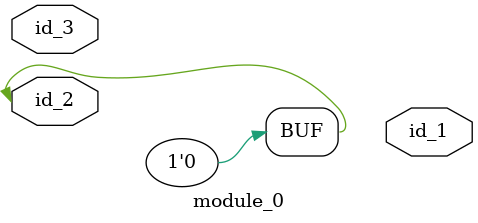
<source format=v>
`timescale 1 ps / 1ps
module module_0 (
    id_1,
    id_2,
    id_3
);
  inout id_3;
  inout id_2;
  output id_1;
  assign id_2 = 0;
endmodule

</source>
